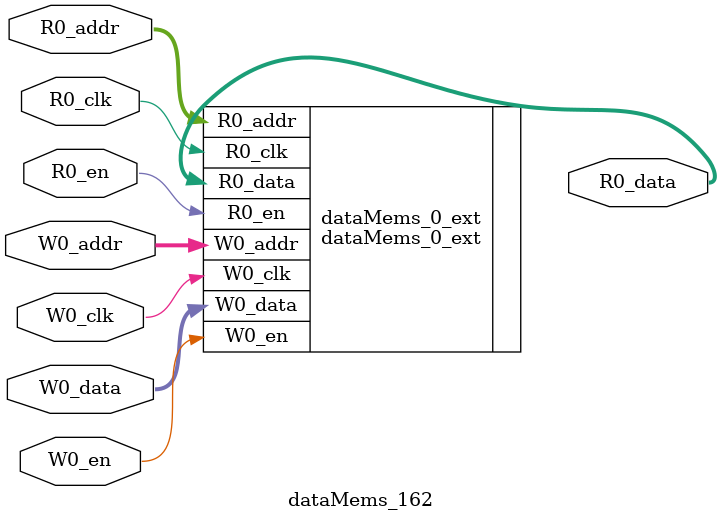
<source format=sv>
`ifndef RANDOMIZE
  `ifdef RANDOMIZE_REG_INIT
    `define RANDOMIZE
  `endif // RANDOMIZE_REG_INIT
`endif // not def RANDOMIZE
`ifndef RANDOMIZE
  `ifdef RANDOMIZE_MEM_INIT
    `define RANDOMIZE
  `endif // RANDOMIZE_MEM_INIT
`endif // not def RANDOMIZE

`ifndef RANDOM
  `define RANDOM $random
`endif // not def RANDOM

// Users can define 'PRINTF_COND' to add an extra gate to prints.
`ifndef PRINTF_COND_
  `ifdef PRINTF_COND
    `define PRINTF_COND_ (`PRINTF_COND)
  `else  // PRINTF_COND
    `define PRINTF_COND_ 1
  `endif // PRINTF_COND
`endif // not def PRINTF_COND_

// Users can define 'ASSERT_VERBOSE_COND' to add an extra gate to assert error printing.
`ifndef ASSERT_VERBOSE_COND_
  `ifdef ASSERT_VERBOSE_COND
    `define ASSERT_VERBOSE_COND_ (`ASSERT_VERBOSE_COND)
  `else  // ASSERT_VERBOSE_COND
    `define ASSERT_VERBOSE_COND_ 1
  `endif // ASSERT_VERBOSE_COND
`endif // not def ASSERT_VERBOSE_COND_

// Users can define 'STOP_COND' to add an extra gate to stop conditions.
`ifndef STOP_COND_
  `ifdef STOP_COND
    `define STOP_COND_ (`STOP_COND)
  `else  // STOP_COND
    `define STOP_COND_ 1
  `endif // STOP_COND
`endif // not def STOP_COND_

// Users can define INIT_RANDOM as general code that gets injected into the
// initializer block for modules with registers.
`ifndef INIT_RANDOM
  `define INIT_RANDOM
`endif // not def INIT_RANDOM

// If using random initialization, you can also define RANDOMIZE_DELAY to
// customize the delay used, otherwise 0.002 is used.
`ifndef RANDOMIZE_DELAY
  `define RANDOMIZE_DELAY 0.002
`endif // not def RANDOMIZE_DELAY

// Define INIT_RANDOM_PROLOG_ for use in our modules below.
`ifndef INIT_RANDOM_PROLOG_
  `ifdef RANDOMIZE
    `ifdef VERILATOR
      `define INIT_RANDOM_PROLOG_ `INIT_RANDOM
    `else  // VERILATOR
      `define INIT_RANDOM_PROLOG_ `INIT_RANDOM #`RANDOMIZE_DELAY begin end
    `endif // VERILATOR
  `else  // RANDOMIZE
    `define INIT_RANDOM_PROLOG_
  `endif // RANDOMIZE
`endif // not def INIT_RANDOM_PROLOG_

// Include register initializers in init blocks unless synthesis is set
`ifndef SYNTHESIS
  `ifndef ENABLE_INITIAL_REG_
    `define ENABLE_INITIAL_REG_
  `endif // not def ENABLE_INITIAL_REG_
`endif // not def SYNTHESIS

// Include rmemory initializers in init blocks unless synthesis is set
`ifndef SYNTHESIS
  `ifndef ENABLE_INITIAL_MEM_
    `define ENABLE_INITIAL_MEM_
  `endif // not def ENABLE_INITIAL_MEM_
`endif // not def SYNTHESIS

module dataMems_162(	// @[generators/ara/src/main/scala/UnsafeAXI4ToTL.scala:365:62]
  input  [4:0]   R0_addr,
  input          R0_en,
  input          R0_clk,
  output [130:0] R0_data,
  input  [4:0]   W0_addr,
  input          W0_en,
  input          W0_clk,
  input  [130:0] W0_data
);

  dataMems_0_ext dataMems_0_ext (	// @[generators/ara/src/main/scala/UnsafeAXI4ToTL.scala:365:62]
    .R0_addr (R0_addr),
    .R0_en   (R0_en),
    .R0_clk  (R0_clk),
    .R0_data (R0_data),
    .W0_addr (W0_addr),
    .W0_en   (W0_en),
    .W0_clk  (W0_clk),
    .W0_data (W0_data)
  );
endmodule


</source>
